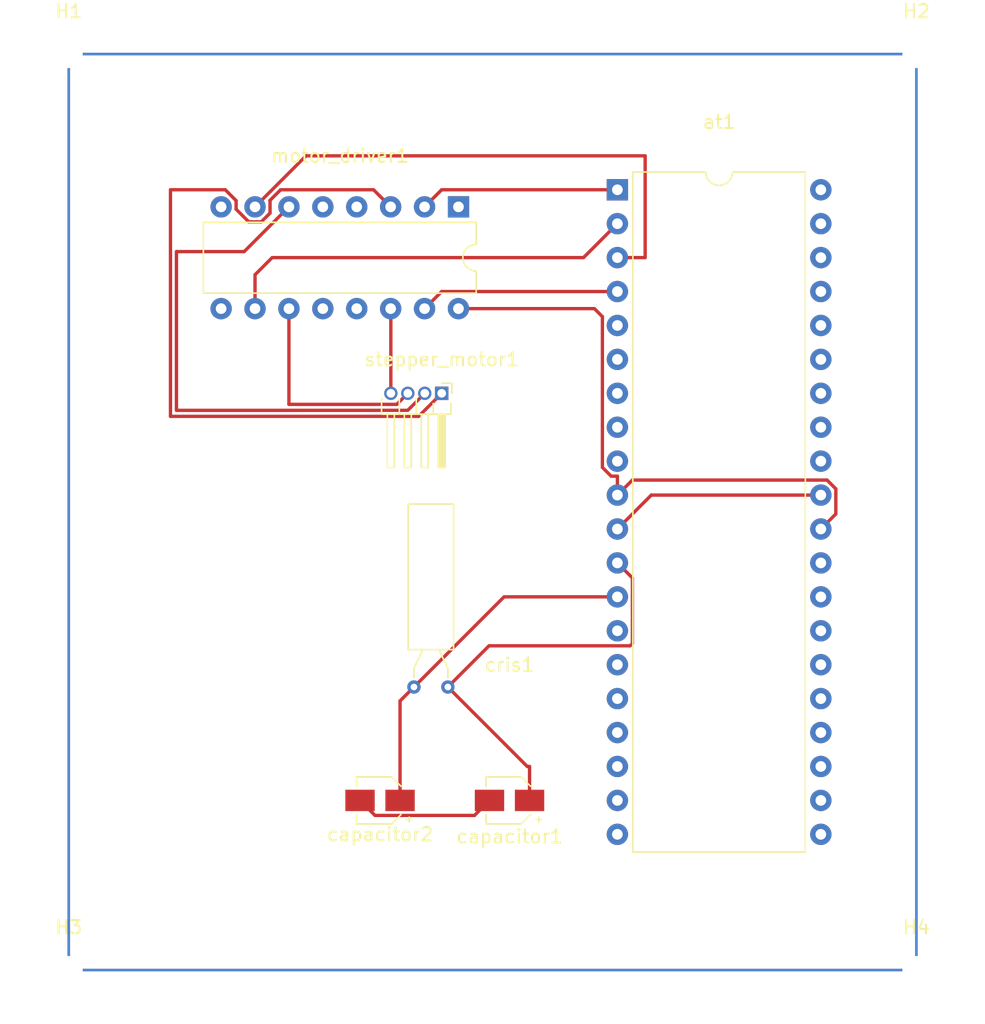
<source format=kicad_pcb>
(kicad_pcb (version 20211014) (generator pcbnew)
  (layers (0 "F.Cu" signal) (31 "B.Cu" signal) (34 "B.Paste" user) (35 "F.Paste" user) (36 "B.SilkS" user "B.Silkscreen") (37 "F.SilkS" user "F.Silkscreen") (38 "B.Mask" user) (39 "F.Mask" user) (44 "Edge.Cuts" user))
  (net 0 "")
  (net 1 "Net-(at1-Pad1)")
  (net 2 "GND")
  (net 3 "Net-(at1-Pad2)")
  (net 4 "Net-(at1-Pad3)")
  (net 5 "Net-(at1-Pad4)")
  (net 11 "Net-(at1-Pad11)")
  (net 12 "Net-(at1-Pad12)")
  (net 13 "Net-(at1-Pad13)")
  (net 17 "+5V")
  (net 40 "Net-(motor_driver1-Pad14)")
  (net 43 "Net-(motor_driver1-Pad11)")
  (net 45 "Net-(motor_driver1-Pad6)")
  (net 46 "+12V")
  (net 49 "Net-(motor_driver1-Pad3)")
  (footprint "Crystal:Crystal_AT310_D3.0mm_L10.0mm_Horizontal" (layer "F.Cu") (at 91.9 118.51 180)
    (fp_text reference "cris1" (at -4.62 1.67) (layer "F.SilkS"))
    (fp_text value "Crystal")
    (fp_line (start 2.97 2.8) (end -0.43 2.8) (layer "F.SilkS") (width 0.12))
    (fp_line (start -0.43 2.8) (end -0.43 13.7) (layer "F.SilkS") (width 0.12))
    (fp_line (start 0.67 2.8) (end 0 1.4) (layer "F.SilkS") (width 0.12))
    (fp_line (start -0.43 13.7) (end 2.97 13.7) (layer "F.SilkS") (width 0.12))
    (fp_line (start 2.97 13.7) (end 2.97 2.8) (layer "F.SilkS") (width 0.12))
    (fp_line (start 1.87 2.8) (end 2.54 1.4) (layer "F.SilkS") (width 0.12))
    (fp_line (start 2.54 1.4) (end 2.54 0.7) (layer "F.SilkS") (width 0.12))
    (fp_line (start 0 1.4) (end 0 0.7) (layer "F.SilkS") (width 0.12))
    (pad "1" thru_hole circle (at 0 0 180) (size 1 1) (drill 0.5) (layers *.Cu *.Mask) (net 12 "Net-(at1-Pad12)"))
    (pad "2" thru_hole circle (at 2.54 0 180) (size 1 1) (drill 0.5) (layers *.Cu *.Mask) (net 13 "Net-(at1-Pad13)"))
  )
  (footprint "Capacitor_SMD:CP_Elec_3x5.3" (layer "F.Cu") (at 96.52 127 180)
    (fp_text reference "capacitor1" (at 0 -2.7) (layer "F.SilkS"))
    (fp_text value "C2")
    (fp_line (start -1.570563 -1.06) (end -0.870563 -1.76) (layer "F.SilkS") (width 0.12))
    (fp_line (start 1.76 1.76) (end 1.76 1.06) (layer "F.SilkS") (width 0.12))
    (fp_line (start 1.76 -1.76) (end 1.76 -1.06) (layer "F.SilkS") (width 0.12))
    (fp_line (start -2.375 -1.435) (end -2 -1.435) (layer "F.SilkS") (width 0.12))
    (fp_line (start -2.1875 -1.6225) (end -2.1875 -1.2475) (layer "F.SilkS") (width 0.12))
    (fp_line (start -1.570563 1.06) (end -0.870563 1.76) (layer "F.SilkS") (width 0.12))
    (fp_line (start -0.870563 -1.76) (end 1.76 -1.76) (layer "F.SilkS") (width 0.12))
    (fp_line (start -0.870563 1.76) (end 1.76 1.76) (layer "F.SilkS") (width 0.12))
    (pad "1" smd rect (at -1.5 0 180) (size 2.2 1.6) (layers "F.Cu" "F.Paste" "F.Mask") (net 12 "Net-(at1-Pad12)"))
    (pad "2" smd rect (at 1.5 0 180) (size 2.2 1.6) (layers "F.Cu" "F.Paste" "F.Mask") (net 2 "GND"))
  )
  (footprint "MountingHole:MountingHole_2.1mm" (layer "F.Cu") (at 127 139.7)
    (fp_text reference "H4" (at 0 -3.2) (layer "F.SilkS"))
    (fp_text value "MountingHole")
    (pad "" np_thru_hole circle (at 0 0) (size 2.1 2.1) (drill 2.1) (layers *.Cu *.Mask))
  )
  (footprint "MountingHole:MountingHole_2.1mm" (layer "F.Cu") (at 63.5 71.12)
    (fp_text reference "H1" (at 0 -3.2) (layer "F.SilkS"))
    (fp_text value "MountingHole")
    (pad "" np_thru_hole circle (at 0 0) (size 2.1 2.1) (drill 2.1) (layers *.Cu *.Mask))
  )
  (footprint "Capacitor_SMD:CP_Elec_3x5.3" (layer "F.Cu") (at 86.82 127 180)
    (fp_text reference "capacitor2" (at 0 -2.54) (layer "F.SilkS"))
    (fp_text value "c1")
    (fp_line (start -0.870563 1.76) (end 1.76 1.76) (layer "F.SilkS") (width 0.12))
    (fp_line (start 1.76 1.76) (end 1.76 1.06) (layer "F.SilkS") (width 0.12))
    (fp_line (start -2.375 -1.435) (end -2 -1.435) (layer "F.SilkS") (width 0.12))
    (fp_line (start -0.870563 -1.76) (end 1.76 -1.76) (layer "F.SilkS") (width 0.12))
    (fp_line (start -1.570563 -1.06) (end -0.870563 -1.76) (layer "F.SilkS") (width 0.12))
    (fp_line (start -1.570563 1.06) (end -0.870563 1.76) (layer "F.SilkS") (width 0.12))
    (fp_line (start 1.76 -1.76) (end 1.76 -1.06) (layer "F.SilkS") (width 0.12))
    (fp_line (start -2.1875 -1.6225) (end -2.1875 -1.2475) (layer "F.SilkS") (width 0.12))
    (pad "1" smd rect (at -1.5 0 180) (size 2.2 1.6) (layers "F.Cu" "F.Paste" "F.Mask") (net 13 "Net-(at1-Pad13)"))
    (pad "2" smd rect (at 1.5 0 180) (size 2.2 1.6) (layers "F.Cu" "F.Paste" "F.Mask") (net 2 "GND"))
  )
  (footprint "MountingHole:MountingHole_2.1mm" (layer "F.Cu") (at 63.5 139.7)
    (fp_text reference "H3" (at 0 -3.2) (layer "F.SilkS"))
    (fp_text value "MountingHole")
    (pad "" np_thru_hole circle (at 0 0) (size 2.1 2.1) (drill 2.1) (layers *.Cu *.Mask))
  )
  (footprint "Package_DIP:DIP-16_W7.62mm" (layer "F.Cu") (at 92.695 82.56 -90)
    (fp_text reference "motor_driver1" (at -3.82 8.875) (layer "F.SilkS"))
    (fp_text value "L293D")
    (fp_line (start 1.16 -1.33) (end 1.16 19.11) (layer "F.SilkS") (width 0.12))
    (fp_line (start 6.46 -1.33) (end 4.81 -1.33) (layer "F.SilkS") (width 0.12))
    (fp_line (start 1.16 19.11) (end 6.46 19.11) (layer "F.SilkS") (width 0.12))
    (fp_line (start 2.81 -1.33) (end 1.16 -1.33) (layer "F.SilkS") (width 0.12))
    (fp_line (start 6.46 19.11) (end 6.46 -1.33) (layer "F.SilkS") (width 0.12))
    (fp_arc (start 4.81 -1.33) (mid 3.81 -0.33) (end 2.81 -1.33) (layer "F.SilkS") (width 0.12))
    (pad "1" thru_hole rect (at 0 0 270) (size 1.6 1.6) (drill 0.8) (layers *.Cu *.Mask) (net 17 "+5V"))
    (pad "2" thru_hole oval (at 0 2.54 270) (size 1.6 1.6) (drill 0.8) (layers *.Cu *.Mask) (net 1 "Net-(at1-Pad1)"))
    (pad "3" thru_hole oval (at 0 5.08 270) (size 1.6 1.6) (drill 0.8) (layers *.Cu *.Mask) (net 49 "Net-(motor_driver1-Pad3)"))
    (pad "4" thru_hole oval (at 0 7.62 270) (size 1.6 1.6) (drill 0.8) (layers *.Cu *.Mask))
    (pad "5" thru_hole oval (at 0 10.16 270) (size 1.6 1.6) (drill 0.8) (layers *.Cu *.Mask))
    (pad "6" thru_hole oval (at 0 12.7 270) (size 1.6 1.6) (drill 0.8) (layers *.Cu *.Mask) (net 45 "Net-(motor_driver1-Pad6)"))
    (pad "7" thru_hole oval (at 0 15.24 270) (size 1.6 1.6) (drill 0.8) (layers *.Cu *.Mask) (net 4 "Net-(at1-Pad3)"))
    (pad "8" thru_hole oval (at 0 17.78 270) (size 1.6 1.6) (drill 0.8) (layers *.Cu *.Mask) (net 46 "+12V"))
    (pad "9" thru_hole oval (at 7.62 17.78 270) (size 1.6 1.6) (drill 0.8) (layers *.Cu *.Mask))
    (pad "10" thru_hole oval (at 7.62 15.24 270) (size 1.6 1.6) (drill 0.8) (layers *.Cu *.Mask) (net 3 "Net-(at1-Pad2)"))
    (pad "11" thru_hole oval (at 7.62 12.7 270) (size 1.6 1.6) (drill 0.8) (layers *.Cu *.Mask) (net 43 "Net-(motor_driver1-Pad11)"))
    (pad "12" thru_hole oval (at 7.62 10.16 270) (size 1.6 1.6) (drill 0.8) (layers *.Cu *.Mask))
    (pad "13" thru_hole oval (at 7.62 7.62 270) (size 1.6 1.6) (drill 0.8) (layers *.Cu *.Mask))
    (pad "14" thru_hole oval (at 7.62 5.08 270) (size 1.6 1.6) (drill 0.8) (layers *.Cu *.Mask) (net 40 "Net-(motor_driver1-Pad14)"))
    (pad "15" thru_hole oval (at 7.62 2.54 270) (size 1.6 1.6) (drill 0.8) (layers *.Cu *.Mask) (net 5 "Net-(at1-Pad4)"))
    (pad "16" thru_hole oval (at 7.62 0 270) (size 1.6 1.6) (drill 0.8) (layers *.Cu *.Mask) (net 17 "+5V"))
  )
  (footprint "Connector_PinHeader_1.27mm:PinHeader_1x04_P1.27mm_Horizontal" (layer "F.Cu") (at 91.44 96.52 -90)
    (fp_text reference "stepper_motor1" (at -2.54 0) (layer "F.SilkS"))
    (fp_text value "motor")
    (fp_line (start 5.56 3.55) (end 5.56 4.07) (layer "F.SilkS") (width 0.12))
    (fp_line (start -0.76 -0.76) (end 0 -0.76) (layer "F.SilkS") (width 0.12))
    (fp_line (start 1.56 2.28) (end 5.56 2.28) (layer "F.SilkS") (width 0.12))
    (fp_line (start 0.44 3.175) (end 1.56 3.175) (layer "F.SilkS") (width 0.12))
    (fp_line (start 1.56 -0.26) (end 5.56 -0.26) (layer "F.SilkS") (width 0.12))
    (fp_line (start 0.76 0.635) (end 1.56 0.635) (layer "F.SilkS") (width 0.12))
    (fp_line (start 1.56 0.16) (end 5.56 0.16) (layer "F.SilkS") (width 0.12))
    (fp_line (start 5.56 -0.26) (end 5.56 0.26) (layer "F.SilkS") (width 0.12))
    (fp_line (start 5.56 1.01) (end 5.56 1.53) (layer "F.SilkS") (width 0.12))
    (fp_line (start 5.56 2.28) (end 5.56 2.8) (layer "F.SilkS") (width 0.12))
    (fp_line (start 1.56 -0.695) (end 1.56 4.505) (layer "F.SilkS") (width 0.12))
    (fp_line (start 0.44 3.159677) (end 0.44 3.190323) (layer "F.SilkS") (width 0.12))
    (fp_line (start 1.56 0.04) (end 5.56 0.04) (layer "F.SilkS") (width 0.12))
    (fp_line (start 5.56 1.53) (end 1.56 1.53) (layer "F.SilkS") (width 0.12))
    (fp_line (start 1.56 -0.08) (end 5.56 -0.08) (layer "F.SilkS") (width 0.12))
    (fp_line (start 0.76 -0.695) (end 1.56 -0.695) (layer "F.SilkS") (width 0.12))
    (fp_line (start 0.44 4.505) (end 0.44 4.429677) (layer "F.SilkS") (width 0.12))
    (fp_line (start 1.56 4.505) (end 0.44 4.505) (layer "F.SilkS") (width 0.12))
    (fp_line (start 0.44 1.889677) (end 0.44 1.920323) (layer "F.SilkS") (width 0.12))
    (fp_line (start 5.56 4.07) (end 1.56 4.07) (layer "F.SilkS") (width 0.12))
    (fp_line (start -0.76 0) (end -0.76 -0.76) (layer "F.SilkS") (width 0.12))
    (fp_line (start 5.56 0.26) (end 1.56 0.26) (layer "F.SilkS") (width 0.12))
    (fp_line (start 1.56 1.01) (end 5.56 1.01) (layer "F.SilkS") (width 0.12))
    (fp_line (start 0.44 1.905) (end 1.56 1.905) (layer "F.SilkS") (width 0.12))
    (fp_line (start 5.56 2.8) (end 1.56 2.8) (layer "F.SilkS") (width 0.12))
    (fp_line (start 1.56 3.55) (end 5.56 3.55) (layer "F.SilkS") (width 0.12))
    (fp_line (start 1.56 -0.2) (end 5.56 -0.2) (layer "F.SilkS") (width 0.12))
    (pad "1" thru_hole rect (at 0 0 270) (size 1 1) (drill 0.65) (layers *.Cu *.Mask) (net 49 "Net-(motor_driver1-Pad3)"))
    (pad "2" thru_hole oval (at 0 1.27 270) (size 1 1) (drill 0.65) (layers *.Cu *.Mask) (net 45 "Net-(motor_driver1-Pad6)"))
    (pad "3" thru_hole oval (at 0 2.54 270) (size 1 1) (drill 0.65) (layers *.Cu *.Mask) (net 43 "Net-(motor_driver1-Pad11)"))
    (pad "4" thru_hole oval (at 0 3.81 270) (size 1 1) (drill 0.65) (layers *.Cu *.Mask) (net 40 "Net-(motor_driver1-Pad14)"))
  )
  (footprint "MountingHole:MountingHole_2.1mm" (layer "F.Cu") (at 127 71.12)
    (fp_text reference "H2" (at 0 -3.2) (layer "F.SilkS"))
    (fp_text value "MountingHole")
    (pad "" np_thru_hole circle (at 0 0) (size 2.1 2.1) (drill 2.1) (layers *.Cu *.Mask))
  )
  (footprint "Package_DIP:DIP-40_W15.24mm" (layer "F.Cu") (at 104.6 81.28)
    (fp_text reference "at1" (at 7.62 -5.08) (layer "F.SilkS"))
    (fp_text value "ATmega32-16P")
    (fp_line (start 1.16 -1.33) (end 1.16 49.59) (layer "F.SilkS") (width 0.12))
    (fp_line (start 1.16 49.59) (end 14.08 49.59) (layer "F.SilkS") (width 0.12))
    (fp_line (start 14.08 -1.33) (end 8.62 -1.33) (layer "F.SilkS") (width 0.12))
    (fp_line (start 14.08 49.59) (end 14.08 -1.33) (layer "F.SilkS") (width 0.12))
    (fp_line (start 6.62 -1.33) (end 1.16 -1.33) (layer "F.SilkS") (width 0.12))
    (fp_arc (start 8.62 -1.33) (mid 7.62 -0.33) (end 6.62 -1.33) (layer "F.SilkS") (width 0.12))
    (pad "1" thru_hole rect (at 0 0) (size 1.6 1.6) (drill 0.8) (layers *.Cu *.Mask) (net 1 "Net-(at1-Pad1)"))
    (pad "2" thru_hole oval (at 0 2.54) (size 1.6 1.6) (drill 0.8) (layers *.Cu *.Mask) (net 3 "Net-(at1-Pad2)"))
    (pad "3" thru_hole oval (at 0 5.08) (size 1.6 1.6) (drill 0.8) (layers *.Cu *.Mask) (net 4 "Net-(at1-Pad3)"))
    (pad "4" thru_hole oval (at 0 7.62) (size 1.6 1.6) (drill 0.8) (layers *.Cu *.Mask) (net 5 "Net-(at1-Pad4)"))
    (pad "5" thru_hole oval (at 0 10.16) (size 1.6 1.6) (drill 0.8) (layers *.Cu *.Mask))
    (pad "6" thru_hole oval (at 0 12.7) (size 1.6 1.6) (drill 0.8) (layers *.Cu *.Mask))
    (pad "7" thru_hole oval (at 0 15.24) (size 1.6 1.6) (drill 0.8) (layers *.Cu *.Mask))
    (pad "8" thru_hole oval (at 0 17.78) (size 1.6 1.6) (drill 0.8) (layers *.Cu *.Mask))
    (pad "9" thru_hole oval (at 0 20.32) (size 1.6 1.6) (drill 0.8) (layers *.Cu *.Mask))
    (pad "10" thru_hole oval (at 0 22.86) (size 1.6 1.6) (drill 0.8) (layers *.Cu *.Mask) (net 17 "+5V"))
    (pad "11" thru_hole oval (at 0 25.4) (size 1.6 1.6) (drill 0.8) (layers *.Cu *.Mask) (net 11 "Net-(at1-Pad11)"))
    (pad "12" thru_hole oval (at 0 27.94) (size 1.6 1.6) (drill 0.8) (layers *.Cu *.Mask) (net 12 "Net-(at1-Pad12)"))
    (pad "13" thru_hole oval (at 0 30.48) (size 1.6 1.6) (drill 0.8) (layers *.Cu *.Mask) (net 13 "Net-(at1-Pad13)"))
    (pad "14" thru_hole oval (at 0 33.02) (size 1.6 1.6) (drill 0.8) (layers *.Cu *.Mask))
    (pad "15" thru_hole oval (at 0 35.56) (size 1.6 1.6) (drill 0.8) (layers *.Cu *.Mask))
    (pad "16" thru_hole oval (at 0 38.1) (size 1.6 1.6) (drill 0.8) (layers *.Cu *.Mask))
    (pad "17" thru_hole oval (at 0 40.64) (size 1.6 1.6) (drill 0.8) (layers *.Cu *.Mask))
    (pad "18" thru_hole oval (at 0 43.18) (size 1.6 1.6) (drill 0.8) (layers *.Cu *.Mask))
    (pad "19" thru_hole oval (at 0 45.72) (size 1.6 1.6) (drill 0.8) (layers *.Cu *.Mask))
    (pad "20" thru_hole oval (at 0 48.26) (size 1.6 1.6) (drill 0.8) (layers *.Cu *.Mask))
    (pad "21" thru_hole oval (at 15.24 48.26) (size 1.6 1.6) (drill 0.8) (layers *.Cu *.Mask))
    (pad "22" thru_hole oval (at 15.24 45.72) (size 1.6 1.6) (drill 0.8) (layers *.Cu *.Mask))
    (pad "23" thru_hole oval (at 15.24 43.18) (size 1.6 1.6) (drill 0.8) (layers *.Cu *.Mask))
    (pad "24" thru_hole oval (at 15.24 40.64) (size 1.6 1.6) (drill 0.8) (layers *.Cu *.Mask))
    (pad "25" thru_hole oval (at 15.24 38.1) (size 1.6 1.6) (drill 0.8) (layers *.Cu *.Mask))
    (pad "26" thru_hole oval (at 15.24 35.56) (size 1.6 1.6) (drill 0.8) (layers *.Cu *.Mask))
    (pad "27" thru_hole oval (at 15.24 33.02) (size 1.6 1.6) (drill 0.8) (layers *.Cu *.Mask))
    (pad "28" thru_hole oval (at 15.24 30.48) (size 1.6 1.6) (drill 0.8) (layers *.Cu *.Mask))
    (pad "29" thru_hole oval (at 15.24 27.94) (size 1.6 1.6) (drill 0.8) (layers *.Cu *.Mask))
    (pad "30" thru_hole oval (at 15.24 25.4) (size 1.6 1.6) (drill 0.8) (layers *.Cu *.Mask) (net 17 "+5V"))
    (pad "31" thru_hole oval (at 15.24 22.86) (size 1.6 1.6) (drill 0.8) (layers *.Cu *.Mask) (net 11 "Net-(at1-Pad11)"))
    (pad "32" thru_hole oval (at 15.24 20.32) (size 1.6 1.6) (drill 0.8) (layers *.Cu *.Mask))
    (pad "33" thru_hole oval (at 15.24 17.78) (size 1.6 1.6) (drill 0.8) (layers *.Cu *.Mask))
    (pad "34" thru_hole oval (at 15.24 15.24) (size 1.6 1.6) (drill 0.8) (layers *.Cu *.Mask))
    (pad "35" thru_hole oval (at 15.24 12.7) (size 1.6 1.6) (drill 0.8) (layers *.Cu *.Mask))
    (pad "36" thru_hole oval (at 15.24 10.16) (size 1.6 1.6) (drill 0.8) (layers *.Cu *.Mask))
    (pad "37" thru_hole oval (at 15.24 7.62) (size 1.6 1.6) (drill 0.8) (layers *.Cu *.Mask))
    (pad "38" thru_hole oval (at 15.24 5.08) (size 1.6 1.6) (drill 0.8) (layers *.Cu *.Mask))
    (pad "39" thru_hole oval (at 15.24 2.54) (size 1.6 1.6) (drill 0.8) (layers *.Cu *.Mask))
    (pad "40" thru_hole oval (at 15.24 0) (size 1.6 1.6) (drill 0.8) (layers *.Cu *.Mask))
  )
  (gr_rect (start 127 139.7) (end 63.5 71.12) (layer "B.Cu") (width 0.2) (fill none))
  (segment (start 91.435 81.28) (end 90.155 82.56) (width 0.25) (layer "F.Cu") (net 1))
  (segment (start 104.6 81.28) (end 91.435 81.28) (width 0.25) (layer "F.Cu") (net 1))
  (segment (start 86.444511 128.124511) (end 93.895489 128.124511) (width 0.25) (layer "F.Cu") (net 2))
  (segment (start 93.895489 128.124511) (end 95.02 127) (width 0.25) (layer "F.Cu") (net 2))
  (segment (start 85.32 127) (end 86.444511 128.124511) (width 0.25) (layer "F.Cu") (net 2))
  (segment (start 104.6 83.82) (end 102.06 86.36) (width 0.25) (layer "F.Cu") (net 3))
  (segment (start 78.74 86.36) (end 77.455 87.645) (width 0.25) (layer "F.Cu") (net 3))
  (segment (start 102.06 86.36) (end 78.74 86.36) (width 0.25) (layer "F.Cu") (net 3))
  (segment (start 77.455 87.645) (end 77.455 90.18) (width 0.25) (layer "F.Cu") (net 3))
  (segment (start 81.275 78.74) (end 106.68 78.74) (width 0.25) (layer "F.Cu") (net 4))
  (segment (start 106.68 86.36) (end 104.6 86.36) (width 0.25) (layer "F.Cu") (net 4))
  (segment (start 106.68 78.74) (end 106.68 86.36) (width 0.25) (layer "F.Cu") (net 4))
  (segment (start 77.455 82.56) (end 81.275 78.74) (width 0.25) (layer "F.Cu") (net 4))
  (segment (start 104.6 88.9) (end 91.435 88.9) (width 0.25) (layer "F.Cu") (net 5))
  (segment (start 91.435 88.9) (end 90.155 90.18) (width 0.25) (layer "F.Cu") (net 5))
  (segment (start 104.6 106.68) (end 107.14 104.14) (width 0.25) (layer "F.Cu") (net 11))
  (segment (start 107.14 104.14) (end 119.84 104.14) (width 0.25) (layer "F.Cu") (net 11))
  (segment (start 97.85 124.46) (end 91.9 118.51) (width 0.25) (layer "F.Cu") (net 12))
  (segment (start 98.02 127) (end 98.02 124.46) (width 0.25) (layer "F.Cu") (net 12))
  (segment (start 105.555489 115.424511) (end 105.724511 115.255489) (width 0.25) (layer "F.Cu") (net 12))
  (segment (start 105.724511 115.255489) (end 105.724511 110.344511) (width 0.25) (layer "F.Cu") (net 12))
  (segment (start 98.02 124.46) (end 97.85 124.46) (width 0.25) (layer "F.Cu") (net 12))
  (segment (start 105.724511 110.344511) (end 104.6 109.22) (width 0.25) (layer "F.Cu") (net 12))
  (segment (start 94.985489 115.424511) (end 105.555489 115.424511) (width 0.25) (layer "F.Cu") (net 12))
  (segment (start 91.9 118.51) (end 94.985489 115.424511) (width 0.25) (layer "F.Cu") (net 12))
  (segment (start 88.32 119.55) (end 89.36 118.51) (width 0.25) (layer "F.Cu") (net 13))
  (segment (start 96.11 111.76) (end 104.6 111.76) (width 0.25) (layer "F.Cu") (net 13))
  (segment (start 89.36 118.51) (end 96.11 111.76) (width 0.25) (layer "F.Cu") (net 13))
  (segment (start 88.32 127) (end 88.32 119.55) (width 0.25) (layer "F.Cu") (net 13))
  (segment (start 120.964511 105.555489) (end 119.84 106.68) (width 0.25) (layer "F.Cu") (net 17))
  (segment (start 92.695 90.18) (end 102.88 90.18) (width 0.25) (layer "F.Cu") (net 17))
  (segment (start 104.6 102.724511) (end 104.6 104.14) (width 0.25) (layer "F.Cu") (net 17))
  (segment (start 104.134211 102.724511) (end 104.6 102.724511) (width 0.25) (layer "F.Cu") (net 17))
  (segment (start 103.475489 90.775489) (end 103.475489 102.065789) (width 0.25) (layer "F.Cu") (net 17))
  (segment (start 103.475489 102.065789) (end 104.134211 102.724511) (width 0.25) (layer "F.Cu") (net 17))
  (segment (start 102.88 90.18) (end 103.475489 90.775489) (width 0.25) (layer "F.Cu") (net 17))
  (segment (start 105.724511 103.015489) (end 120.305789 103.015489) (width 0.25) (layer "F.Cu") (net 17))
  (segment (start 120.964511 103.674211) (end 120.964511 105.555489) (width 0.25) (layer "F.Cu") (net 17))
  (segment (start 120.305789 103.015489) (end 120.964511 103.674211) (width 0.25) (layer "F.Cu") (net 17))
  (segment (start 104.6 104.14) (end 105.724511 103.015489) (width 0.25) (layer "F.Cu") (net 17))
  (segment (start 87.63 96.52) (end 87.63 90.195) (width 0.25) (layer "F.Cu") (net 40))
  (segment (start 87.63 90.195) (end 87.615 90.18) (width 0.25) (layer "F.Cu") (net 40))
  (segment (start 88.9 96.52) (end 88.075489 97.344511) (width 0.25) (layer "F.Cu") (net 43))
  (segment (start 79.995 97.344511) (end 79.995 90.18) (width 0.25) (layer "F.Cu") (net 43))
  (segment (start 88.075489 97.344511) (end 79.995 97.344511) (width 0.25) (layer "F.Cu") (net 43))
  (segment (start 88.895969 97.794031) (end 71.56952 97.794031) (width 0.25) (layer "F.Cu") (net 45))
  (segment (start 90.17 96.52) (end 88.895969 97.794031) (width 0.25) (layer "F.Cu") (net 45))
  (segment (start 71.56952 85.91048) (end 76.64452 85.91048) (width 0.25) (layer "F.Cu") (net 45))
  (segment (start 76.64452 85.91048) (end 79.995 82.56) (width 0.25) (layer "F.Cu") (net 45))
  (segment (start 71.56952 97.794031) (end 71.56952 85.91048) (width 0.25) (layer "F.Cu") (net 45))
  (segment (start 78.568009 82.082709) (end 79.370718 81.28) (width 0.25) (layer "F.Cu") (net 49))
  (segment (start 71.12 81.28) (end 75.2253 81.28) (width 0.25) (layer "F.Cu") (net 49))
  (segment (start 86.335 81.28) (end 87.615 82.56) (width 0.25) (layer "F.Cu") (net 49))
  (segment (start 79.370718 81.28) (end 86.335 81.28) (width 0.25) (layer "F.Cu") (net 49))
  (segment (start 77.920789 83.684511) (end 78.579511 83.025789) (width 0.25) (layer "F.Cu") (net 49))
  (segment (start 78.579511 83.025789) (end 78.579511 82.094211) (width 0.25) (layer "F.Cu") (net 49))
  (segment (start 91.44 96.52) (end 89.716449 98.243551) (width 0.25) (layer "F.Cu") (net 49))
  (segment (start 76.989211 83.684511) (end 77.920789 83.684511) (width 0.25) (layer "F.Cu") (net 49))
  (segment (start 76.039511 82.734811) (end 76.989211 83.684511) (width 0.25) (layer "F.Cu") (net 49))
  (segment (start 76.039511 82.094211) (end 76.039511 82.734811) (width 0.25) (layer "F.Cu") (net 49))
  (segment (start 75.2253 81.28) (end 76.039511 82.094211) (width 0.25) (layer "F.Cu") (net 49))
  (segment (start 89.716449 98.243551) (end 71.12 98.243551) (width 0.25) (layer "F.Cu") (net 49))
  (segment (start 78.579511 82.094211) (end 78.568009 82.082709) (width 0.25) (layer "F.Cu") (net 49))
  (segment (start 71.12 98.243551) (end 71.12 81.28) (width 0.25) (layer "F.Cu") (net 49))
)
</source>
